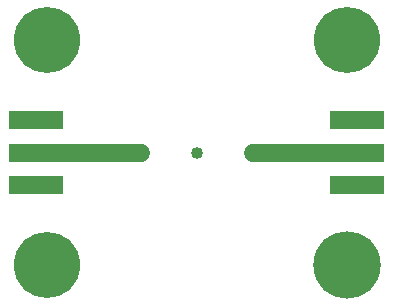
<source format=gbr>
%TF.GenerationSoftware,KiCad,Pcbnew,6.0.3-a3aad9c10e~116~ubuntu20.04.1*%
%TF.CreationDate,2022-03-21T01:27:16-04:00*%
%TF.ProjectId,pcf_0.5in,7063665f-302e-4356-996e-2e6b69636164,-*%
%TF.SameCoordinates,Original*%
%TF.FileFunction,Copper,L1,Top*%
%TF.FilePolarity,Positive*%
%FSLAX46Y46*%
G04 Gerber Fmt 4.6, Leading zero omitted, Abs format (unit mm)*
G04 Created by KiCad (PCBNEW 6.0.3-a3aad9c10e~116~ubuntu20.04.1) date 2022-03-21 01:27:16*
%MOMM*%
%LPD*%
G01*
G04 APERTURE LIST*
%TA.AperFunction,ComponentPad*%
%ADD10C,5.700000*%
%TD*%
%TA.AperFunction,ComponentPad*%
%ADD11C,5.600000*%
%TD*%
%TA.AperFunction,ComponentPad*%
%ADD12C,1.016000*%
%TD*%
%TA.AperFunction,ComponentPad*%
%ADD13C,1.143000*%
%TD*%
%TA.AperFunction,SMDPad,CuDef*%
%ADD14R,4.560000X1.500000*%
%TD*%
%TA.AperFunction,ViaPad*%
%ADD15C,0.508000*%
%TD*%
%TA.AperFunction,Conductor*%
%ADD16C,1.524000*%
%TD*%
G04 APERTURE END LIST*
D10*
%TO.P,H4,1,1*%
%TO.N,GND*%
X155575000Y-98425000D03*
%TD*%
D11*
%TO.P,H1,1,1*%
%TO.N,GND*%
X130175000Y-98425000D03*
%TD*%
%TO.P,H3,1,1*%
%TO.N,GND*%
X130175000Y-79375000D03*
%TD*%
D12*
%TO.P,F1,3,gnd*%
%TO.N,GND*%
X142875000Y-88900000D03*
D13*
%TO.P,F1,2,OUT*%
%TO.N,/out*%
X147637500Y-88900000D03*
%TO.P,F1,1,IN*%
%TO.N,/in*%
X138112500Y-88900000D03*
%TD*%
D14*
%TO.P,J2,2,Ext*%
%TO.N,GND*%
X156470000Y-86130000D03*
X156470000Y-91670000D03*
%TO.P,J2,1,In*%
%TO.N,/out*%
X156470000Y-88900000D03*
%TD*%
D11*
%TO.P,H2,1,1*%
%TO.N,GND*%
X155575000Y-79375000D03*
%TD*%
D14*
%TO.P,J1,2,Ext*%
%TO.N,GND*%
X129280000Y-91670000D03*
X129280000Y-86130000D03*
%TO.P,J1,1,In*%
%TO.N,/in*%
X129280000Y-88900000D03*
%TD*%
D15*
%TO.N,GND*%
X158115000Y-86360000D03*
X156845000Y-91440000D03*
X154940000Y-85725000D03*
X128905000Y-91440000D03*
X158115000Y-91440000D03*
X127635000Y-86360000D03*
X127635000Y-91440000D03*
X129540000Y-85725000D03*
X155575000Y-91440000D03*
X130810000Y-92075000D03*
X156210000Y-92075000D03*
X130810000Y-85725000D03*
X155575000Y-86360000D03*
X157480000Y-92075000D03*
X130175000Y-91440000D03*
X156845000Y-86360000D03*
X128905000Y-86360000D03*
X130175000Y-86360000D03*
X154940000Y-92075000D03*
X128270000Y-85725000D03*
X157480000Y-85725000D03*
X156210000Y-85725000D03*
X128270000Y-92075000D03*
X129540000Y-92075000D03*
%TD*%
D16*
%TO.N,/in*%
X129280006Y-88900000D02*
X138112500Y-88900000D01*
%TO.N,/out*%
X147637500Y-88900000D02*
X156470000Y-88900000D01*
%TD*%
M02*

</source>
